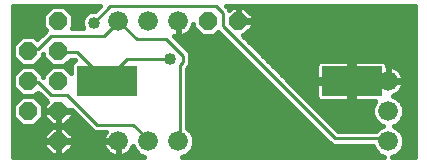
<source format=gbl>
G75*
%MOIN*%
%OFA0B0*%
%FSLAX25Y25*%
%IPPOS*%
%LPD*%
%AMOC8*
5,1,8,0,0,1.08239X$1,22.5*
%
%ADD10C,0.06600*%
%ADD11R,0.20000X0.10000*%
%ADD12OC8,0.06000*%
%ADD13C,0.01600*%
%ADD14C,0.01000*%
%ADD15C,0.04000*%
D10*
X0041800Y0011800D03*
X0051800Y0011800D03*
X0061800Y0011800D03*
X0131800Y0011800D03*
X0131800Y0021800D03*
X0131800Y0031800D03*
X0061800Y0051800D03*
X0051800Y0051800D03*
X0041800Y0051800D03*
D11*
X0038099Y0031800D03*
X0119595Y0031800D03*
D12*
X0081800Y0051800D03*
X0071800Y0051800D03*
X0021800Y0051800D03*
X0021800Y0041800D03*
X0011800Y0041800D03*
X0011800Y0031800D03*
X0021800Y0031800D03*
X0021800Y0021800D03*
X0011800Y0021800D03*
X0021800Y0011850D03*
D13*
X0006600Y0006600D02*
X0006600Y0056961D01*
X0035825Y0056961D01*
X0034164Y0055300D01*
X0032904Y0055300D01*
X0031434Y0054691D01*
X0030309Y0053566D01*
X0029700Y0052096D01*
X0029700Y0050504D01*
X0030157Y0049400D01*
X0026471Y0049400D01*
X0026800Y0049729D01*
X0026800Y0053871D01*
X0023871Y0056800D01*
X0019729Y0056800D01*
X0016800Y0053871D01*
X0016800Y0049729D01*
X0017747Y0048782D01*
X0017281Y0048316D01*
X0014818Y0045853D01*
X0013871Y0046800D01*
X0009729Y0046800D01*
X0006800Y0043871D01*
X0006800Y0039729D01*
X0009729Y0036800D01*
X0006800Y0033871D01*
X0006800Y0029729D01*
X0009729Y0026800D01*
X0006800Y0023871D01*
X0006800Y0019729D01*
X0009729Y0016800D01*
X0013871Y0016800D01*
X0016800Y0019729D01*
X0016800Y0023871D01*
X0013871Y0026800D01*
X0009729Y0026800D01*
X0013871Y0026800D01*
X0015018Y0027947D01*
X0017281Y0025684D01*
X0017984Y0024981D01*
X0018131Y0024920D01*
X0017000Y0023788D01*
X0017000Y0022000D01*
X0021600Y0022000D01*
X0021600Y0021600D01*
X0017000Y0021600D01*
X0017000Y0019812D01*
X0019812Y0017000D01*
X0021600Y0017000D01*
X0021600Y0021600D01*
X0022000Y0021600D01*
X0022000Y0022000D01*
X0026464Y0022000D01*
X0032681Y0015784D01*
X0033384Y0015081D01*
X0034303Y0014700D01*
X0037603Y0014700D01*
X0037438Y0014473D01*
X0037074Y0013758D01*
X0036826Y0012994D01*
X0036700Y0012201D01*
X0036700Y0012000D01*
X0041600Y0012000D01*
X0041600Y0011600D01*
X0042000Y0011600D01*
X0042000Y0006700D01*
X0042201Y0006700D01*
X0042994Y0006826D01*
X0043758Y0007074D01*
X0044473Y0007438D01*
X0045122Y0007910D01*
X0045690Y0008478D01*
X0046162Y0009127D01*
X0046526Y0009842D01*
X0046679Y0010313D01*
X0047307Y0008798D01*
X0048798Y0007307D01*
X0050504Y0006600D01*
X0006600Y0006600D01*
X0006600Y0008194D02*
X0018668Y0008194D01*
X0019812Y0007050D02*
X0021600Y0007050D01*
X0021600Y0011650D01*
X0022000Y0011650D01*
X0022000Y0012050D01*
X0026600Y0012050D01*
X0026600Y0013838D01*
X0023788Y0016650D01*
X0022000Y0016650D01*
X0022000Y0012050D01*
X0021600Y0012050D01*
X0021600Y0016650D01*
X0019812Y0016650D01*
X0017000Y0013838D01*
X0017000Y0012050D01*
X0021600Y0012050D01*
X0021600Y0011650D01*
X0017000Y0011650D01*
X0017000Y0009862D01*
X0019812Y0007050D01*
X0021600Y0008194D02*
X0022000Y0008194D01*
X0022000Y0007050D02*
X0023788Y0007050D01*
X0026600Y0009862D01*
X0026600Y0011650D01*
X0022000Y0011650D01*
X0022000Y0007050D01*
X0024932Y0008194D02*
X0038193Y0008194D01*
X0037910Y0008478D02*
X0038478Y0007910D01*
X0039127Y0007438D01*
X0039842Y0007074D01*
X0040606Y0006826D01*
X0041399Y0006700D01*
X0041600Y0006700D01*
X0041600Y0011600D01*
X0036700Y0011600D01*
X0036700Y0011399D01*
X0036826Y0010606D01*
X0037074Y0009842D01*
X0037438Y0009127D01*
X0037910Y0008478D01*
X0037099Y0009793D02*
X0026531Y0009793D01*
X0026600Y0011391D02*
X0036701Y0011391D01*
X0036825Y0012990D02*
X0026600Y0012990D01*
X0025850Y0014588D02*
X0037522Y0014588D01*
X0032278Y0016187D02*
X0024252Y0016187D01*
X0023788Y0017000D02*
X0026600Y0019812D01*
X0026600Y0021600D01*
X0022000Y0021600D01*
X0022000Y0017000D01*
X0023788Y0017000D01*
X0024573Y0017785D02*
X0030679Y0017785D01*
X0029081Y0019384D02*
X0026172Y0019384D01*
X0026600Y0020982D02*
X0027482Y0020982D01*
X0022000Y0020982D02*
X0021600Y0020982D01*
X0021600Y0019384D02*
X0022000Y0019384D01*
X0022000Y0017785D02*
X0021600Y0017785D01*
X0021600Y0016187D02*
X0022000Y0016187D01*
X0019348Y0016187D02*
X0006600Y0016187D01*
X0006600Y0017785D02*
X0008744Y0017785D01*
X0007145Y0019384D02*
X0006600Y0019384D01*
X0006600Y0020982D02*
X0006800Y0020982D01*
X0006800Y0022581D02*
X0006600Y0022581D01*
X0006600Y0024179D02*
X0007108Y0024179D01*
X0006600Y0025778D02*
X0008707Y0025778D01*
X0009153Y0027376D02*
X0006600Y0027376D01*
X0006600Y0028975D02*
X0007554Y0028975D01*
X0006800Y0030573D02*
X0006600Y0030573D01*
X0006600Y0032172D02*
X0006800Y0032172D01*
X0006800Y0033770D02*
X0006600Y0033770D01*
X0006600Y0035369D02*
X0008298Y0035369D01*
X0009729Y0036800D02*
X0013871Y0036800D01*
X0016800Y0033871D01*
X0016800Y0033236D01*
X0016800Y0033236D01*
X0016800Y0033871D01*
X0019729Y0036800D01*
X0023871Y0036800D01*
X0026099Y0034572D01*
X0026099Y0037628D01*
X0027268Y0038797D01*
X0027164Y0038900D01*
X0025971Y0038900D01*
X0023871Y0036800D01*
X0019729Y0036800D01*
X0016800Y0039729D01*
X0016800Y0040764D01*
X0016800Y0040764D01*
X0016800Y0039729D01*
X0013871Y0036800D01*
X0009729Y0036800D01*
X0009562Y0036967D02*
X0006600Y0036967D01*
X0006600Y0038566D02*
X0007963Y0038566D01*
X0006800Y0040164D02*
X0006600Y0040164D01*
X0006600Y0041763D02*
X0006800Y0041763D01*
X0006800Y0043361D02*
X0006600Y0043361D01*
X0006600Y0044960D02*
X0007889Y0044960D01*
X0006600Y0046558D02*
X0009487Y0046558D01*
X0006600Y0048157D02*
X0017121Y0048157D01*
X0015523Y0046558D02*
X0014113Y0046558D01*
X0016800Y0049755D02*
X0006600Y0049755D01*
X0006600Y0051354D02*
X0016800Y0051354D01*
X0016800Y0052952D02*
X0006600Y0052952D01*
X0006600Y0054551D02*
X0017480Y0054551D01*
X0019078Y0056149D02*
X0006600Y0056149D01*
X0024522Y0056149D02*
X0035014Y0056149D01*
X0031294Y0054551D02*
X0026120Y0054551D01*
X0026800Y0052952D02*
X0030055Y0052952D01*
X0029700Y0051354D02*
X0026800Y0051354D01*
X0026800Y0049755D02*
X0030010Y0049755D01*
X0016800Y0040164D02*
X0016800Y0040164D01*
X0015637Y0038566D02*
X0017963Y0038566D01*
X0019562Y0036967D02*
X0014038Y0036967D01*
X0015302Y0035369D02*
X0018298Y0035369D01*
X0016800Y0033770D02*
X0016800Y0033770D01*
X0024038Y0036967D02*
X0026099Y0036967D01*
X0025637Y0038566D02*
X0027037Y0038566D01*
X0026099Y0035369D02*
X0025302Y0035369D01*
X0015588Y0027376D02*
X0014447Y0027376D01*
X0014893Y0025778D02*
X0017187Y0025778D01*
X0017391Y0024179D02*
X0016492Y0024179D01*
X0016800Y0022581D02*
X0017000Y0022581D01*
X0017000Y0020982D02*
X0016800Y0020982D01*
X0016455Y0019384D02*
X0017428Y0019384D01*
X0019027Y0017785D02*
X0014856Y0017785D01*
X0017750Y0014588D02*
X0006600Y0014588D01*
X0006600Y0012990D02*
X0017000Y0012990D01*
X0017000Y0011391D02*
X0006600Y0011391D01*
X0006600Y0009793D02*
X0017069Y0009793D01*
X0021600Y0009793D02*
X0022000Y0009793D01*
X0022000Y0011391D02*
X0021600Y0011391D01*
X0021600Y0012990D02*
X0022000Y0012990D01*
X0022000Y0014588D02*
X0021600Y0014588D01*
X0041600Y0011391D02*
X0042000Y0011391D01*
X0042000Y0009793D02*
X0041600Y0009793D01*
X0041600Y0008194D02*
X0042000Y0008194D01*
X0045407Y0008194D02*
X0047911Y0008194D01*
X0046895Y0009793D02*
X0046501Y0009793D01*
X0063096Y0006600D02*
X0064802Y0007307D01*
X0066293Y0008798D01*
X0067100Y0010746D01*
X0067100Y0012854D01*
X0066293Y0014802D01*
X0064802Y0016293D01*
X0064800Y0016294D01*
X0064800Y0035964D01*
X0064816Y0035981D01*
X0065519Y0036684D01*
X0065900Y0037603D01*
X0065900Y0040797D01*
X0065519Y0041716D01*
X0060316Y0046920D01*
X0060606Y0046826D01*
X0061399Y0046700D01*
X0061600Y0046700D01*
X0061600Y0051600D01*
X0062000Y0051600D01*
X0062000Y0046700D01*
X0062201Y0046700D01*
X0062994Y0046826D01*
X0063758Y0047074D01*
X0064473Y0047438D01*
X0065122Y0047910D01*
X0065690Y0048478D01*
X0066162Y0049127D01*
X0066526Y0049842D01*
X0066774Y0050606D01*
X0066800Y0050767D01*
X0066800Y0049729D01*
X0069729Y0046800D01*
X0073871Y0046800D01*
X0075168Y0048097D01*
X0111881Y0011384D01*
X0112584Y0010681D01*
X0113503Y0010300D01*
X0126685Y0010300D01*
X0127307Y0008798D01*
X0128798Y0007307D01*
X0130504Y0006600D01*
X0063096Y0006600D01*
X0065689Y0008194D02*
X0127911Y0008194D01*
X0126895Y0009793D02*
X0066705Y0009793D01*
X0067100Y0011391D02*
X0111873Y0011391D01*
X0110275Y0012990D02*
X0067044Y0012990D01*
X0066382Y0014588D02*
X0108676Y0014588D01*
X0107078Y0016187D02*
X0064909Y0016187D01*
X0064800Y0017785D02*
X0105479Y0017785D01*
X0103881Y0019384D02*
X0064800Y0019384D01*
X0064800Y0020982D02*
X0102282Y0020982D01*
X0100684Y0022581D02*
X0064800Y0022581D01*
X0064800Y0024179D02*
X0099085Y0024179D01*
X0097487Y0025778D02*
X0064800Y0025778D01*
X0064800Y0027376D02*
X0095888Y0027376D01*
X0094290Y0028975D02*
X0064800Y0028975D01*
X0064800Y0030573D02*
X0092691Y0030573D01*
X0091093Y0032172D02*
X0064800Y0032172D01*
X0064800Y0033770D02*
X0089494Y0033770D01*
X0087896Y0035369D02*
X0064800Y0035369D01*
X0065637Y0036967D02*
X0086297Y0036967D01*
X0084699Y0038566D02*
X0065900Y0038566D01*
X0065900Y0040164D02*
X0083100Y0040164D01*
X0081502Y0041763D02*
X0065473Y0041763D01*
X0063874Y0043361D02*
X0079903Y0043361D01*
X0078305Y0044960D02*
X0062276Y0044960D01*
X0060677Y0046558D02*
X0076706Y0046558D01*
X0083336Y0047000D02*
X0083788Y0047000D01*
X0086600Y0049812D01*
X0086600Y0051600D01*
X0082000Y0051600D01*
X0082000Y0052000D01*
X0081600Y0052000D01*
X0081600Y0056600D01*
X0079812Y0056600D01*
X0078868Y0055657D01*
X0078719Y0056016D01*
X0078016Y0056719D01*
X0077775Y0056961D01*
X0140701Y0056961D01*
X0140701Y0006600D01*
X0133096Y0006600D01*
X0134802Y0007307D01*
X0136293Y0008798D01*
X0137100Y0010746D01*
X0137100Y0012854D01*
X0136293Y0014802D01*
X0134802Y0016293D01*
X0133578Y0016800D01*
X0134802Y0017307D01*
X0136293Y0018798D01*
X0137100Y0020746D01*
X0137100Y0022854D01*
X0136293Y0024802D01*
X0134802Y0026293D01*
X0133287Y0026921D01*
X0133758Y0027074D01*
X0134473Y0027438D01*
X0135122Y0027910D01*
X0135690Y0028478D01*
X0136162Y0029127D01*
X0136526Y0029842D01*
X0136774Y0030606D01*
X0136900Y0031399D01*
X0136900Y0031600D01*
X0132000Y0031600D01*
X0132000Y0032000D01*
X0131600Y0032000D01*
X0131600Y0036900D01*
X0131399Y0036900D01*
X0131395Y0036899D01*
X0131395Y0037037D01*
X0131273Y0037495D01*
X0131036Y0037905D01*
X0130700Y0038240D01*
X0130290Y0038477D01*
X0129832Y0038600D01*
X0120395Y0038600D01*
X0120395Y0032600D01*
X0118795Y0032600D01*
X0118795Y0031000D01*
X0107795Y0031000D01*
X0107795Y0026563D01*
X0107918Y0026105D01*
X0108155Y0025695D01*
X0108490Y0025360D01*
X0108900Y0025123D01*
X0109358Y0025000D01*
X0118795Y0025000D01*
X0118795Y0031000D01*
X0120395Y0031000D01*
X0120395Y0025000D01*
X0127505Y0025000D01*
X0127307Y0024802D01*
X0126500Y0022854D01*
X0126500Y0020746D01*
X0127307Y0018798D01*
X0128798Y0017307D01*
X0130022Y0016800D01*
X0128798Y0016293D01*
X0127805Y0015300D01*
X0115036Y0015300D01*
X0083336Y0047000D01*
X0083777Y0046558D02*
X0140701Y0046558D01*
X0140701Y0048157D02*
X0084945Y0048157D01*
X0086544Y0049755D02*
X0140701Y0049755D01*
X0140701Y0051354D02*
X0086600Y0051354D01*
X0086600Y0052000D02*
X0086600Y0053788D01*
X0083788Y0056600D01*
X0082000Y0056600D01*
X0082000Y0052000D01*
X0086600Y0052000D01*
X0086600Y0052952D02*
X0140701Y0052952D01*
X0140701Y0054551D02*
X0085837Y0054551D01*
X0082000Y0054551D02*
X0081600Y0054551D01*
X0081600Y0052952D02*
X0082000Y0052952D01*
X0082000Y0056149D02*
X0081600Y0056149D01*
X0079361Y0056149D02*
X0078586Y0056149D01*
X0084239Y0056149D02*
X0140701Y0056149D01*
X0140701Y0044960D02*
X0085376Y0044960D01*
X0086974Y0043361D02*
X0140701Y0043361D01*
X0140701Y0041763D02*
X0088573Y0041763D01*
X0090171Y0040164D02*
X0140701Y0040164D01*
X0140701Y0038566D02*
X0129960Y0038566D01*
X0131395Y0036967D02*
X0140701Y0036967D01*
X0140701Y0035369D02*
X0135444Y0035369D01*
X0135690Y0035122D02*
X0135122Y0035690D01*
X0134473Y0036162D01*
X0133758Y0036526D01*
X0132994Y0036774D01*
X0132201Y0036900D01*
X0132000Y0036900D01*
X0132000Y0032000D01*
X0136900Y0032000D01*
X0136900Y0032201D01*
X0136774Y0032994D01*
X0136526Y0033758D01*
X0136162Y0034473D01*
X0135690Y0035122D01*
X0136520Y0033770D02*
X0140701Y0033770D01*
X0140701Y0032172D02*
X0136900Y0032172D01*
X0136764Y0030573D02*
X0140701Y0030573D01*
X0140701Y0028975D02*
X0136051Y0028975D01*
X0134351Y0027376D02*
X0140701Y0027376D01*
X0140701Y0025778D02*
X0135318Y0025778D01*
X0136551Y0024179D02*
X0140701Y0024179D01*
X0140701Y0022581D02*
X0137100Y0022581D01*
X0137100Y0020982D02*
X0140701Y0020982D01*
X0140701Y0019384D02*
X0136536Y0019384D01*
X0135280Y0017785D02*
X0140701Y0017785D01*
X0140701Y0016187D02*
X0134909Y0016187D01*
X0136382Y0014588D02*
X0140701Y0014588D01*
X0140701Y0012990D02*
X0137044Y0012990D01*
X0137100Y0011391D02*
X0140701Y0011391D01*
X0140701Y0009793D02*
X0136705Y0009793D01*
X0135689Y0008194D02*
X0140701Y0008194D01*
X0128691Y0016187D02*
X0114149Y0016187D01*
X0112550Y0017785D02*
X0128320Y0017785D01*
X0127064Y0019384D02*
X0110952Y0019384D01*
X0109353Y0020982D02*
X0126500Y0020982D01*
X0126500Y0022581D02*
X0107755Y0022581D01*
X0106156Y0024179D02*
X0127049Y0024179D01*
X0120395Y0025778D02*
X0118795Y0025778D01*
X0118795Y0027376D02*
X0120395Y0027376D01*
X0120395Y0028975D02*
X0118795Y0028975D01*
X0118795Y0030573D02*
X0120395Y0030573D01*
X0120395Y0031000D02*
X0120395Y0032600D01*
X0126763Y0032600D01*
X0126700Y0032201D01*
X0126700Y0032000D01*
X0131600Y0032000D01*
X0131600Y0031600D01*
X0126700Y0031600D01*
X0126700Y0031399D01*
X0126763Y0031000D01*
X0120395Y0031000D01*
X0120395Y0032172D02*
X0126700Y0032172D01*
X0131600Y0032172D02*
X0132000Y0032172D01*
X0132000Y0033770D02*
X0131600Y0033770D01*
X0131600Y0035369D02*
X0132000Y0035369D01*
X0120395Y0035369D02*
X0118795Y0035369D01*
X0118795Y0033770D02*
X0120395Y0033770D01*
X0118795Y0032600D02*
X0118795Y0038600D01*
X0109358Y0038600D01*
X0108900Y0038477D01*
X0108490Y0038240D01*
X0108155Y0037905D01*
X0107918Y0037495D01*
X0107795Y0037037D01*
X0107795Y0032600D01*
X0118795Y0032600D01*
X0118795Y0032172D02*
X0098164Y0032172D01*
X0099762Y0030573D02*
X0107795Y0030573D01*
X0107795Y0028975D02*
X0101361Y0028975D01*
X0102959Y0027376D02*
X0107795Y0027376D01*
X0108107Y0025778D02*
X0104558Y0025778D01*
X0107795Y0033770D02*
X0096565Y0033770D01*
X0094967Y0035369D02*
X0107795Y0035369D01*
X0107795Y0036967D02*
X0093368Y0036967D01*
X0091770Y0038566D02*
X0109231Y0038566D01*
X0118795Y0038566D02*
X0120395Y0038566D01*
X0120395Y0036967D02*
X0118795Y0036967D01*
X0068372Y0048157D02*
X0065369Y0048157D01*
X0062000Y0048157D02*
X0061600Y0048157D01*
X0061600Y0049755D02*
X0062000Y0049755D01*
X0062000Y0051354D02*
X0061600Y0051354D01*
X0066482Y0049755D02*
X0066800Y0049755D01*
D14*
X0057900Y0045800D02*
X0048000Y0045800D01*
X0042500Y0051300D01*
X0041800Y0051800D01*
X0041400Y0051300D01*
X0037000Y0046900D01*
X0019400Y0046900D01*
X0015000Y0042500D01*
X0012800Y0042500D01*
X0011800Y0041800D01*
X0021800Y0041800D02*
X0022700Y0041400D01*
X0028200Y0041400D01*
X0037000Y0032600D01*
X0038099Y0031800D01*
X0038100Y0032600D01*
X0044700Y0039200D01*
X0059000Y0039200D01*
X0062300Y0037000D02*
X0063400Y0038100D01*
X0063400Y0040300D01*
X0057900Y0045800D01*
X0076600Y0050200D02*
X0076600Y0054600D01*
X0074400Y0056800D01*
X0039200Y0056800D01*
X0033700Y0051300D01*
X0062300Y0037000D02*
X0062300Y0012800D01*
X0061800Y0011800D01*
X0051800Y0011800D02*
X0051300Y0012800D01*
X0046900Y0017200D01*
X0034800Y0017200D01*
X0024900Y0027100D01*
X0019400Y0027100D01*
X0015000Y0031500D01*
X0012800Y0031500D01*
X0011800Y0031800D01*
X0076600Y0050200D02*
X0114000Y0012800D01*
X0131600Y0012800D01*
X0131800Y0011800D01*
D15*
X0059000Y0039200D03*
X0033700Y0051300D03*
M02*

</source>
